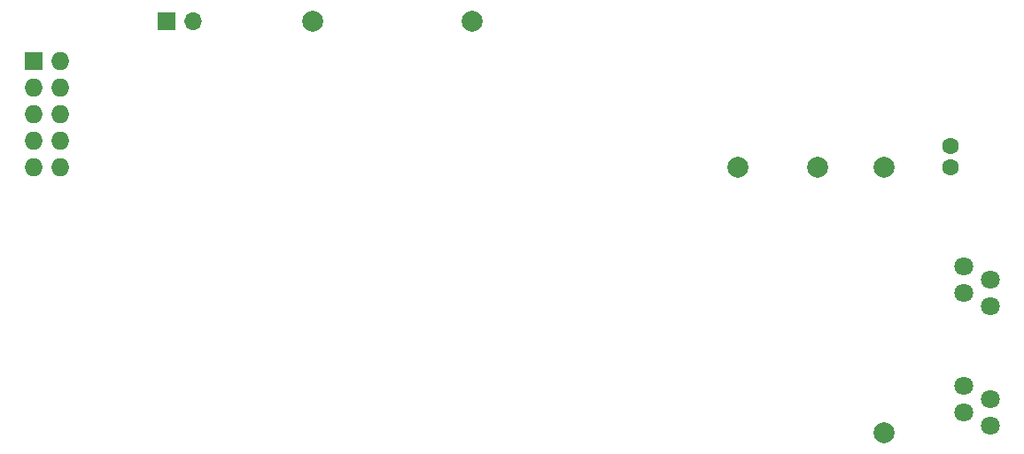
<source format=gbr>
G04 #@! TF.GenerationSoftware,KiCad,Pcbnew,5.1.5-52549c5~84~ubuntu18.04.1*
G04 #@! TF.CreationDate,2020-03-13T12:33:57+01:00*
G04 #@! TF.ProjectId,Telemetry,54656c65-6d65-4747-9279-2e6b69636164,rev?*
G04 #@! TF.SameCoordinates,Original*
G04 #@! TF.FileFunction,Copper,L2,Bot*
G04 #@! TF.FilePolarity,Positive*
%FSLAX46Y46*%
G04 Gerber Fmt 4.6, Leading zero omitted, Abs format (unit mm)*
G04 Created by KiCad (PCBNEW 5.1.5-52549c5~84~ubuntu18.04.1) date 2020-03-13 12:33:57*
%MOMM*%
%LPD*%
G04 APERTURE LIST*
%ADD10C,1.800000*%
%ADD11C,1.600000*%
%ADD12R,1.727200X1.727200*%
%ADD13O,1.727200X1.727200*%
%ADD14R,1.700000X1.700000*%
%ADD15O,1.700000X1.700000*%
%ADD16C,2.000000*%
G04 APERTURE END LIST*
D10*
X123190000Y-169540000D03*
X120650000Y-168270000D03*
X120650000Y-165730000D03*
X123190000Y-167000000D03*
X123190000Y-180970000D03*
X120650000Y-179700000D03*
X120650000Y-177160000D03*
X123190000Y-178430000D03*
D11*
X119380000Y-154210000D03*
X119380000Y-156210000D03*
D12*
X31750000Y-146050000D03*
D13*
X34290000Y-146050000D03*
X31750000Y-148590000D03*
X34290000Y-148590000D03*
X31750000Y-151130000D03*
X34290000Y-151130000D03*
X31750000Y-153670000D03*
X34290000Y-153670000D03*
X31750000Y-156210000D03*
X34290000Y-156210000D03*
D14*
X44450000Y-142240000D03*
D15*
X46990000Y-142240000D03*
D16*
X113030000Y-156210000D03*
X106680000Y-156210000D03*
X99060000Y-156210000D03*
X73660000Y-142240000D03*
X58420000Y-142240000D03*
X113030000Y-181610000D03*
M02*

</source>
